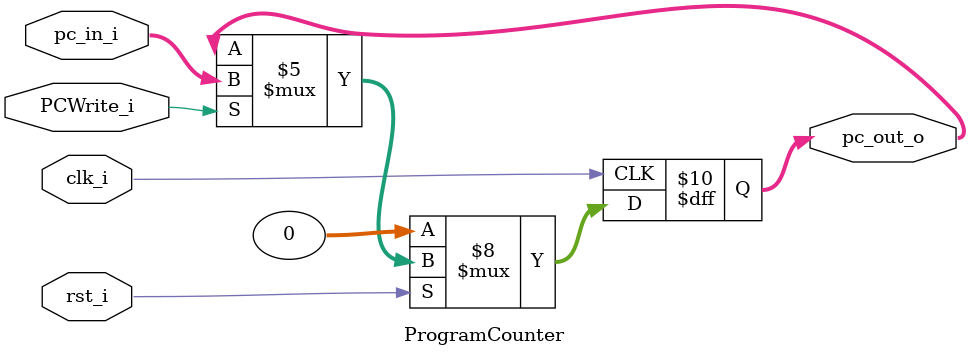
<source format=v>


module ProgramCounter(
	clk_i,
	rst_i,
	PCWrite_i,
	pc_in_i,
	pc_out_o
	);
     
//I/O ports
input           clk_i;
input	        rst_i;
input		    PCWrite_i;
input  [32-1:0] pc_in_i;
output [32-1:0] pc_out_o;
 
//Internal Signals
reg    [32-1:0] pc_out_o;
 
//Parameter
    
//Main function
always @(posedge clk_i) begin
    if(~rst_i)
	    pc_out_o <= 0;
	else if(PCWrite_i == 0)
	    pc_out_o <= pc_out_o;
	else
	    pc_out_o <= pc_in_i;
end

endmodule
              
                    
</source>
